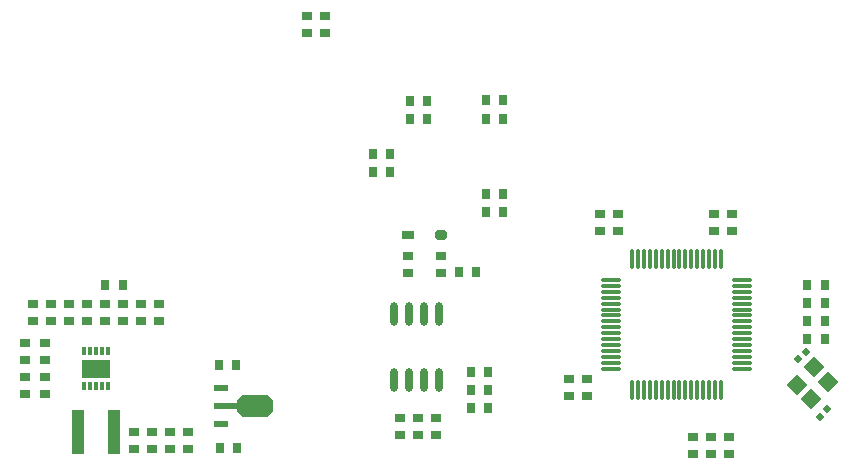
<source format=gtp>
G04*
G04 #@! TF.GenerationSoftware,Altium Limited,Altium Designer,24.0.1 (36)*
G04*
G04 Layer_Color=8421504*
%FSLAX44Y44*%
%MOMM*%
G71*
G04*
G04 #@! TF.SameCoordinates,5B0ED70E-373C-42BA-93D7-FD99D67A1B07*
G04*
G04*
G04 #@! TF.FilePolarity,Positive*
G04*
G01*
G75*
%ADD20R,0.8500X0.7500*%
%ADD21R,0.7500X0.8500*%
%ADD22O,0.6096X2.0320*%
%ADD23O,0.3000X1.8000*%
%ADD24O,1.8000X0.3000*%
%ADD25R,1.0000X0.8000*%
G04:AMPARAMS|DCode=26|XSize=1mm|YSize=0.8mm|CornerRadius=0mm|HoleSize=0mm|Usage=FLASHONLY|Rotation=0.000|XOffset=0mm|YOffset=0mm|HoleType=Round|Shape=Octagon|*
%AMOCTAGOND26*
4,1,8,0.5000,-0.2000,0.5000,0.2000,0.3000,0.4000,-0.3000,0.4000,-0.5000,0.2000,-0.5000,-0.2000,-0.3000,-0.4000,0.3000,-0.4000,0.5000,-0.2000,0.0*
%
%ADD26OCTAGOND26*%

G04:AMPARAMS|DCode=27|XSize=1.3mm|YSize=1.2mm|CornerRadius=0mm|HoleSize=0mm|Usage=FLASHONLY|Rotation=225.000|XOffset=0mm|YOffset=0mm|HoleType=Round|Shape=Rectangle|*
%AMROTATEDRECTD27*
4,1,4,0.0354,0.8839,0.8839,0.0354,-0.0354,-0.8839,-0.8839,-0.0354,0.0354,0.8839,0.0*
%
%ADD27ROTATEDRECTD27*%

%ADD28P,0.7071X4X90.0*%
%ADD29R,0.3000X0.8000*%
%ADD30R,2.4000X1.5200*%
%ADD31R,1.1000X3.7000*%
G04:AMPARAMS|DCode=32|XSize=1.8mm|YSize=3mm|CornerRadius=0mm|HoleSize=0mm|Usage=FLASHONLY|Rotation=90.000|XOffset=0mm|YOffset=0mm|HoleType=Round|Shape=Octagon|*
%AMOCTAGOND32*
4,1,8,-1.5000,-0.4500,-1.5000,0.4500,-1.0500,0.9000,1.0500,0.9000,1.5000,0.4500,1.5000,-0.4500,1.0500,-0.9000,-1.0500,-0.9000,-1.5000,-0.4500,0.0*
%
%ADD32OCTAGOND32*%

%ADD33R,1.2000X0.6000*%
%ADD34R,2.1000X0.6000*%
D20*
X764540Y1115430D02*
D03*
Y1129930D02*
D03*
X779780Y1115430D02*
D03*
Y1129930D02*
D03*
X877316Y911976D02*
D03*
Y926476D02*
D03*
X849376Y926476D02*
D03*
Y911976D02*
D03*
X858266Y789570D02*
D03*
Y775070D02*
D03*
X1123950Y947790D02*
D03*
Y962290D02*
D03*
X617728Y763386D02*
D03*
Y777886D02*
D03*
X632968Y763386D02*
D03*
Y777886D02*
D03*
X547370Y886090D02*
D03*
Y871590D02*
D03*
X562610Y886090D02*
D03*
Y871590D02*
D03*
X663448Y763386D02*
D03*
Y777886D02*
D03*
X648208Y763386D02*
D03*
Y777886D02*
D03*
X525780Y809360D02*
D03*
Y823860D02*
D03*
X542290Y809360D02*
D03*
Y823860D02*
D03*
Y852700D02*
D03*
Y838200D02*
D03*
X525780Y852700D02*
D03*
Y838200D02*
D03*
X638810Y871590D02*
D03*
Y886090D02*
D03*
X593090Y871590D02*
D03*
Y886090D02*
D03*
X532130Y871590D02*
D03*
Y886090D02*
D03*
X577850Y871590D02*
D03*
Y886090D02*
D03*
X623570Y871590D02*
D03*
Y886090D02*
D03*
X608330Y886090D02*
D03*
Y871590D02*
D03*
X1090930Y773060D02*
D03*
Y758560D02*
D03*
X843026Y789570D02*
D03*
Y775070D02*
D03*
X1121410Y773060D02*
D03*
Y758560D02*
D03*
X1106170Y773060D02*
D03*
Y758560D02*
D03*
X986282Y807836D02*
D03*
Y822336D02*
D03*
X1001522Y807836D02*
D03*
Y822336D02*
D03*
X873506Y789570D02*
D03*
Y775070D02*
D03*
X1027430Y962290D02*
D03*
Y947790D02*
D03*
X1012190Y962290D02*
D03*
Y947790D02*
D03*
X1108710D02*
D03*
Y962290D02*
D03*
D21*
X834136Y997966D02*
D03*
X819636D02*
D03*
X834136Y1013206D02*
D03*
X819636D02*
D03*
X866140Y1058164D02*
D03*
X851640D02*
D03*
X866140Y1042670D02*
D03*
X851640D02*
D03*
X930010Y1042924D02*
D03*
X915510D02*
D03*
X929894Y1058418D02*
D03*
X915394D02*
D03*
X929778Y979170D02*
D03*
X915278D02*
D03*
X929778Y963422D02*
D03*
X915278D02*
D03*
X907426Y912876D02*
D03*
X892926D02*
D03*
X917586Y812800D02*
D03*
X903086D02*
D03*
X1187820Y871220D02*
D03*
X1202320D02*
D03*
X689726Y834644D02*
D03*
X704226D02*
D03*
X704734Y763778D02*
D03*
X690234D02*
D03*
X607960Y901700D02*
D03*
X593460D02*
D03*
X1202320Y855980D02*
D03*
X1187820D02*
D03*
X917586Y828040D02*
D03*
X903086D02*
D03*
X917586Y797560D02*
D03*
X903086D02*
D03*
X1202320Y886460D02*
D03*
X1187820D02*
D03*
X1202320Y901700D02*
D03*
X1187820D02*
D03*
D22*
X876046Y877570D02*
D03*
X863346D02*
D03*
X850646D02*
D03*
X837946D02*
D03*
X876046Y821690D02*
D03*
X850646D02*
D03*
X837946D02*
D03*
X863346D02*
D03*
D23*
X1114460Y813180D02*
D03*
X1109460D02*
D03*
X1104460D02*
D03*
X1099460D02*
D03*
X1094460D02*
D03*
X1089460D02*
D03*
X1084460Y813180D02*
D03*
X1079460D02*
D03*
X1074460Y813180D02*
D03*
X1069460D02*
D03*
X1064460D02*
D03*
X1059460D02*
D03*
X1054460D02*
D03*
X1049460Y813180D02*
D03*
X1044460D02*
D03*
X1039460Y813180D02*
D03*
X1039460Y924180D02*
D03*
X1044460D02*
D03*
X1049460D02*
D03*
X1054460D02*
D03*
X1059460D02*
D03*
X1064460D02*
D03*
X1069460D02*
D03*
X1074460D02*
D03*
X1079460D02*
D03*
X1084460D02*
D03*
X1089460D02*
D03*
X1094460Y924180D02*
D03*
X1099460D02*
D03*
X1104460Y924180D02*
D03*
X1109460D02*
D03*
X1114460D02*
D03*
D24*
X1021460Y831180D02*
D03*
X1021460Y836180D02*
D03*
Y841180D02*
D03*
X1021460Y846180D02*
D03*
Y851180D02*
D03*
Y856180D02*
D03*
Y861180D02*
D03*
Y866180D02*
D03*
X1021460Y871180D02*
D03*
Y876180D02*
D03*
Y881180D02*
D03*
X1021460Y886180D02*
D03*
Y891180D02*
D03*
Y896180D02*
D03*
Y901180D02*
D03*
Y906180D02*
D03*
X1132714D02*
D03*
Y901180D02*
D03*
Y896180D02*
D03*
Y891180D02*
D03*
Y886180D02*
D03*
Y881180D02*
D03*
Y876180D02*
D03*
Y871180D02*
D03*
Y866180D02*
D03*
Y861180D02*
D03*
Y856180D02*
D03*
Y851180D02*
D03*
Y846180D02*
D03*
Y841180D02*
D03*
Y836180D02*
D03*
Y831180D02*
D03*
D25*
X849346Y944626D02*
D03*
D26*
X877346D02*
D03*
D27*
X1190726Y805375D02*
D03*
X1205575Y820224D02*
D03*
X1193554Y832245D02*
D03*
X1178705Y817396D02*
D03*
D28*
X1186314Y845446D02*
D03*
X1179950Y839082D02*
D03*
X1198238Y790568D02*
D03*
X1204602Y796932D02*
D03*
D29*
X575381Y816074D02*
D03*
X580380D02*
D03*
X585381D02*
D03*
X590380D02*
D03*
X595381D02*
D03*
Y846071D02*
D03*
X590380D02*
D03*
X585381D02*
D03*
X575381D02*
D03*
X580380D02*
D03*
D30*
X585470Y831088D02*
D03*
D31*
X600470Y777748D02*
D03*
X570470D02*
D03*
D32*
X720090Y799592D02*
D03*
D33*
X690898Y784592D02*
D03*
Y814592D02*
D03*
D34*
X695198Y799592D02*
D03*
M02*

</source>
